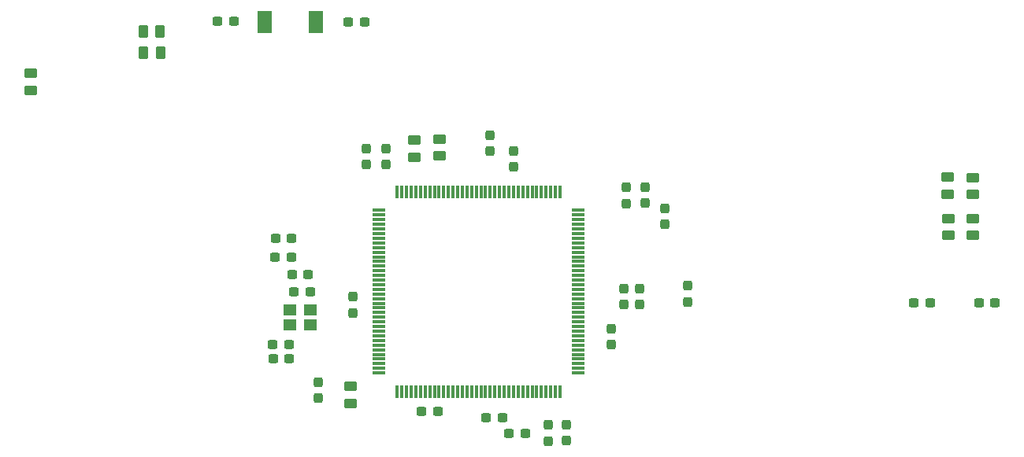
<source format=gbr>
%TF.GenerationSoftware,KiCad,Pcbnew,8.0.5*%
%TF.CreationDate,2025-01-29T19:48:31-05:00*%
%TF.ProjectId,Power_Supplies_DSP,506f7765-725f-4537-9570-706c6965735f,rev?*%
%TF.SameCoordinates,Original*%
%TF.FileFunction,Paste,Top*%
%TF.FilePolarity,Positive*%
%FSLAX46Y46*%
G04 Gerber Fmt 4.6, Leading zero omitted, Abs format (unit mm)*
G04 Created by KiCad (PCBNEW 8.0.5) date 2025-01-29 19:48:31*
%MOMM*%
%LPD*%
G01*
G04 APERTURE LIST*
G04 Aperture macros list*
%AMRoundRect*
0 Rectangle with rounded corners*
0 $1 Rounding radius*
0 $2 $3 $4 $5 $6 $7 $8 $9 X,Y pos of 4 corners*
0 Add a 4 corners polygon primitive as box body*
4,1,4,$2,$3,$4,$5,$6,$7,$8,$9,$2,$3,0*
0 Add four circle primitives for the rounded corners*
1,1,$1+$1,$2,$3*
1,1,$1+$1,$4,$5*
1,1,$1+$1,$6,$7*
1,1,$1+$1,$8,$9*
0 Add four rect primitives between the rounded corners*
20,1,$1+$1,$2,$3,$4,$5,0*
20,1,$1+$1,$4,$5,$6,$7,0*
20,1,$1+$1,$6,$7,$8,$9,0*
20,1,$1+$1,$8,$9,$2,$3,0*%
G04 Aperture macros list end*
%ADD10RoundRect,0.250000X0.262500X0.450000X-0.262500X0.450000X-0.262500X-0.450000X0.262500X-0.450000X0*%
%ADD11RoundRect,0.237500X-0.237500X0.300000X-0.237500X-0.300000X0.237500X-0.300000X0.237500X0.300000X0*%
%ADD12R,1.500000X2.400000*%
%ADD13RoundRect,0.237500X0.300000X0.237500X-0.300000X0.237500X-0.300000X-0.237500X0.300000X-0.237500X0*%
%ADD14RoundRect,0.237500X0.237500X-0.300000X0.237500X0.300000X-0.237500X0.300000X-0.237500X-0.300000X0*%
%ADD15RoundRect,0.237500X-0.300000X-0.237500X0.300000X-0.237500X0.300000X0.237500X-0.300000X0.237500X0*%
%ADD16RoundRect,0.250000X0.450000X-0.262500X0.450000X0.262500X-0.450000X0.262500X-0.450000X-0.262500X0*%
%ADD17RoundRect,0.250000X-0.450000X0.262500X-0.450000X-0.262500X0.450000X-0.262500X0.450000X0.262500X0*%
%ADD18R,1.475000X0.300000*%
%ADD19R,0.300000X1.475000*%
%ADD20R,1.397000X1.193800*%
G04 APERTURE END LIST*
D10*
%TO.C,R15*%
X177137500Y-123275000D03*
X175312500Y-123275000D03*
%TD*%
D11*
%TO.C,C16*%
X197850000Y-151812500D03*
X197850000Y-153537500D03*
%TD*%
D10*
%TO.C,R14*%
X177162500Y-125550000D03*
X175337500Y-125550000D03*
%TD*%
D12*
%TO.C,X3*%
X188350000Y-122250000D03*
X193850000Y-122250000D03*
%TD*%
D13*
%TO.C,C28*%
X259887500Y-152497500D03*
X258162500Y-152497500D03*
%TD*%
D14*
%TO.C,C18*%
X231375000Y-144012500D03*
X231375000Y-142287500D03*
%TD*%
D15*
%TO.C,C5*%
X212187500Y-164875000D03*
X213912500Y-164875000D03*
%TD*%
D14*
%TO.C,C11*%
X199300000Y-137587500D03*
X199300000Y-135862500D03*
%TD*%
D16*
%TO.C,R7*%
X207150000Y-136662500D03*
X207150000Y-134837500D03*
%TD*%
D17*
%TO.C,R5*%
X197575000Y-161487500D03*
X197575000Y-163312500D03*
%TD*%
D18*
%TO.C,U2*%
X200637000Y-142525000D03*
X200637000Y-143025000D03*
X200637000Y-143525000D03*
X200637000Y-144025000D03*
X200637000Y-144525000D03*
X200637000Y-145025000D03*
X200637000Y-145525000D03*
X200637000Y-146025000D03*
X200637000Y-146525000D03*
X200637000Y-147025000D03*
X200637000Y-147525000D03*
X200637000Y-148025000D03*
X200637000Y-148525000D03*
X200637000Y-149025000D03*
X200637000Y-149525000D03*
X200637000Y-150025000D03*
X200637000Y-150525000D03*
X200637000Y-151025000D03*
X200637000Y-151525000D03*
X200637000Y-152025000D03*
X200637000Y-152525000D03*
X200637000Y-153025000D03*
X200637000Y-153525000D03*
X200637000Y-154025000D03*
X200637000Y-154525000D03*
X200637000Y-155025000D03*
X200637000Y-155525000D03*
X200637000Y-156025000D03*
X200637000Y-156525000D03*
X200637000Y-157025000D03*
X200637000Y-157525000D03*
X200637000Y-158025000D03*
X200637000Y-158525000D03*
X200637000Y-159025000D03*
X200637000Y-159525000D03*
X200637000Y-160025000D03*
D19*
X202625000Y-162013000D03*
X203125000Y-162013000D03*
X203625000Y-162013000D03*
X204125000Y-162013000D03*
X204625000Y-162013000D03*
X205125000Y-162013000D03*
X205625000Y-162013000D03*
X206125000Y-162013000D03*
X206625000Y-162013000D03*
X207125000Y-162013000D03*
X207625000Y-162013000D03*
X208125000Y-162013000D03*
X208625000Y-162013000D03*
X209125000Y-162013000D03*
X209625000Y-162013000D03*
X210125000Y-162013000D03*
X210625000Y-162013000D03*
X211125000Y-162013000D03*
X211625000Y-162013000D03*
X212125000Y-162013000D03*
X212625000Y-162013000D03*
X213125000Y-162013000D03*
X213625000Y-162013000D03*
X214125000Y-162013000D03*
X214625000Y-162013000D03*
X215125000Y-162013000D03*
X215625000Y-162013000D03*
X216125000Y-162013000D03*
X216625000Y-162013000D03*
X217125000Y-162013000D03*
X217625000Y-162013000D03*
X218125000Y-162013000D03*
X218625000Y-162013000D03*
X219125000Y-162013000D03*
X219625000Y-162013000D03*
X220125000Y-162013000D03*
D18*
X222113000Y-160025000D03*
X222113000Y-159525000D03*
X222113000Y-159025000D03*
X222113000Y-158525000D03*
X222113000Y-158025000D03*
X222113000Y-157525000D03*
X222113000Y-157025000D03*
X222113000Y-156525000D03*
X222113000Y-156025000D03*
X222113000Y-155525000D03*
X222113000Y-155025000D03*
X222113000Y-154525000D03*
X222113000Y-154025000D03*
X222113000Y-153525000D03*
X222113000Y-153025000D03*
X222113000Y-152525000D03*
X222113000Y-152025000D03*
X222113000Y-151525000D03*
X222113000Y-151025000D03*
X222113000Y-150525000D03*
X222113000Y-150025000D03*
X222113000Y-149525000D03*
X222113000Y-149025000D03*
X222113000Y-148525000D03*
X222113000Y-148025000D03*
X222113000Y-147525000D03*
X222113000Y-147025000D03*
X222113000Y-146525000D03*
X222113000Y-146025000D03*
X222113000Y-145525000D03*
X222113000Y-145025000D03*
X222113000Y-144525000D03*
X222113000Y-144025000D03*
X222113000Y-143525000D03*
X222113000Y-143025000D03*
X222113000Y-142525000D03*
D19*
X220125000Y-140537000D03*
X219625000Y-140537000D03*
X219125000Y-140537000D03*
X218625000Y-140537000D03*
X218125000Y-140537000D03*
X217625000Y-140537000D03*
X217125000Y-140537000D03*
X216625000Y-140537000D03*
X216125000Y-140537000D03*
X215625000Y-140537000D03*
X215125000Y-140537000D03*
X214625000Y-140537000D03*
X214125000Y-140537000D03*
X213625000Y-140537000D03*
X213125000Y-140537000D03*
X212625000Y-140537000D03*
X212125000Y-140537000D03*
X211625000Y-140537000D03*
X211125000Y-140537000D03*
X210625000Y-140537000D03*
X210125000Y-140537000D03*
X209625000Y-140537000D03*
X209125000Y-140537000D03*
X208625000Y-140537000D03*
X208125000Y-140537000D03*
X207625000Y-140537000D03*
X207125000Y-140537000D03*
X206625000Y-140537000D03*
X206125000Y-140537000D03*
X205625000Y-140537000D03*
X205125000Y-140537000D03*
X204625000Y-140537000D03*
X204125000Y-140537000D03*
X203625000Y-140537000D03*
X203125000Y-140537000D03*
X202625000Y-140537000D03*
%TD*%
D13*
%TO.C,C26*%
X193262500Y-151325000D03*
X191537500Y-151325000D03*
%TD*%
D14*
%TO.C,C10*%
X201375000Y-137612500D03*
X201375000Y-135887500D03*
%TD*%
D13*
%TO.C,C19*%
X216387500Y-166525000D03*
X214662500Y-166525000D03*
%TD*%
D11*
%TO.C,C9*%
X220825000Y-165587500D03*
X220825000Y-167312500D03*
%TD*%
D16*
%TO.C,R6*%
X204425000Y-136812500D03*
X204425000Y-134987500D03*
%TD*%
D13*
%TO.C,C13*%
X191237500Y-147600000D03*
X189512500Y-147600000D03*
%TD*%
D11*
%TO.C,C4*%
X218850000Y-165637500D03*
X218850000Y-167362500D03*
%TD*%
D14*
%TO.C,C3*%
X225650000Y-156987500D03*
X225650000Y-155262500D03*
%TD*%
D13*
%TO.C,C25*%
X190987500Y-156925000D03*
X189262500Y-156925000D03*
%TD*%
D11*
%TO.C,C21*%
X227000000Y-150937500D03*
X227000000Y-152662500D03*
%TD*%
D13*
%TO.C,C27*%
X266862500Y-152472500D03*
X265137500Y-152472500D03*
%TD*%
D17*
%TO.C,R11*%
X261825000Y-143387500D03*
X261825000Y-145212500D03*
%TD*%
D14*
%TO.C,C15*%
X227200000Y-141787500D03*
X227200000Y-140062500D03*
%TD*%
D17*
%TO.C,R8*%
X264500000Y-138987500D03*
X264500000Y-140812500D03*
%TD*%
D11*
%TO.C,C8*%
X194100000Y-161012500D03*
X194100000Y-162737500D03*
%TD*%
D17*
%TO.C,R10*%
X261800000Y-138937500D03*
X261800000Y-140762500D03*
%TD*%
D14*
%TO.C,C30*%
X212575000Y-136150000D03*
X212575000Y-134425000D03*
%TD*%
%TO.C,C29*%
X215100000Y-137825000D03*
X215100000Y-136100000D03*
%TD*%
D20*
%TO.C,X4*%
X193273000Y-153260749D03*
X191073000Y-153260749D03*
X191073000Y-154860751D03*
X193273000Y-154860751D03*
%TD*%
D16*
%TO.C,R13*%
X163250000Y-129612500D03*
X163250000Y-127787500D03*
%TD*%
D11*
%TO.C,C20*%
X228700000Y-150937500D03*
X228700000Y-152662500D03*
%TD*%
D17*
%TO.C,R9*%
X264450000Y-143412500D03*
X264450000Y-145237500D03*
%TD*%
D13*
%TO.C,C14*%
X193075000Y-149450000D03*
X191350000Y-149450000D03*
%TD*%
%TO.C,C12*%
X191262500Y-145575000D03*
X189537500Y-145575000D03*
%TD*%
%TO.C,C22*%
X191012500Y-158500000D03*
X189287500Y-158500000D03*
%TD*%
D15*
%TO.C,C24*%
X197387500Y-122225000D03*
X199112500Y-122225000D03*
%TD*%
D11*
%TO.C,C17*%
X233800000Y-150637500D03*
X233800000Y-152362500D03*
%TD*%
D13*
%TO.C,C23*%
X185062500Y-122200000D03*
X183337500Y-122200000D03*
%TD*%
D15*
%TO.C,C7*%
X205237500Y-164200000D03*
X206962500Y-164200000D03*
%TD*%
D14*
%TO.C,C6*%
X229275000Y-141762500D03*
X229275000Y-140037500D03*
%TD*%
M02*

</source>
